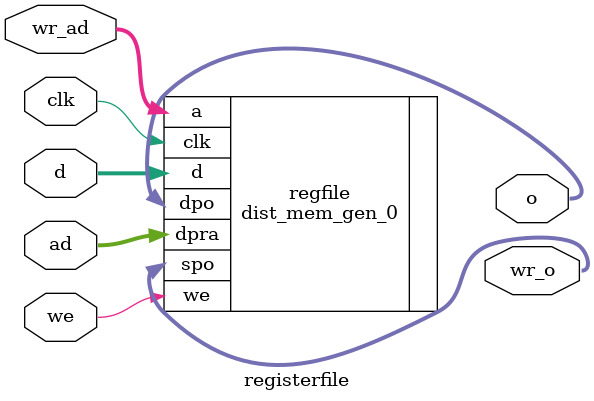
<source format=v>
`timescale 1ns / 1ps


module registerfile(
    input  clk,          // write clock
    input  we,           // write enable
    input  [3:0] wr_ad,  // write port addr
    input  [3:0] ad,     // read port addr
    input  [15:0] d,     // write data in
    output [15:0] wr_o,  // write port data out
    output [15:0] o    // read port data out
    );
   
     dist_mem_gen_0 regfile(
    .clk(clk),           // clock
    .we(we),             // write enable
    .a(wr_ad),           // endereço de escrita (4 bits)
    .d(d),               // dados de escrita (16 bits)
    .dpra(ad),           // endereço de leitura independente (4 bits)
    .spo(wr_o),          // saída da porta de escrita (16 bits)
    .dpo(o)              // saída da porta de leitura (16 bits)
    );
    
 
endmodule

</source>
